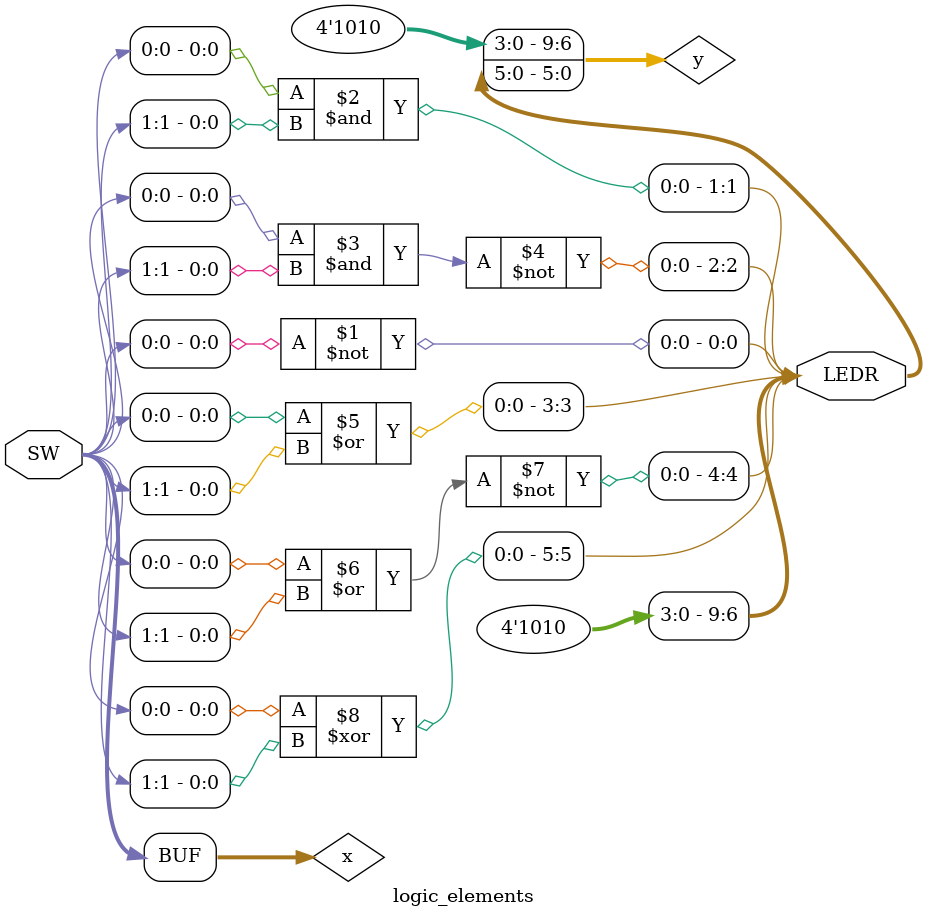
<source format=v>
module logic_elements(SW, LEDR);

input   [9:0]   SW;
output  [9:0]   LEDR;

wire    [9:0]   y;
wire    [9:0]   x;

assign LEDR = y;
assign x = SW;

assign y[0] = ~x[0];

assign y[1] = x[0] & x[1];

assign y[2] = ~(x[0] & x[1]);

assign y[3] = x[0] | x[1];

assign y[4] = ~(x[0] | x[1]);

assign y[5] = x[0] ^ x[1];

assign y[9:6] = 4'b1010;

endmodule

</source>
